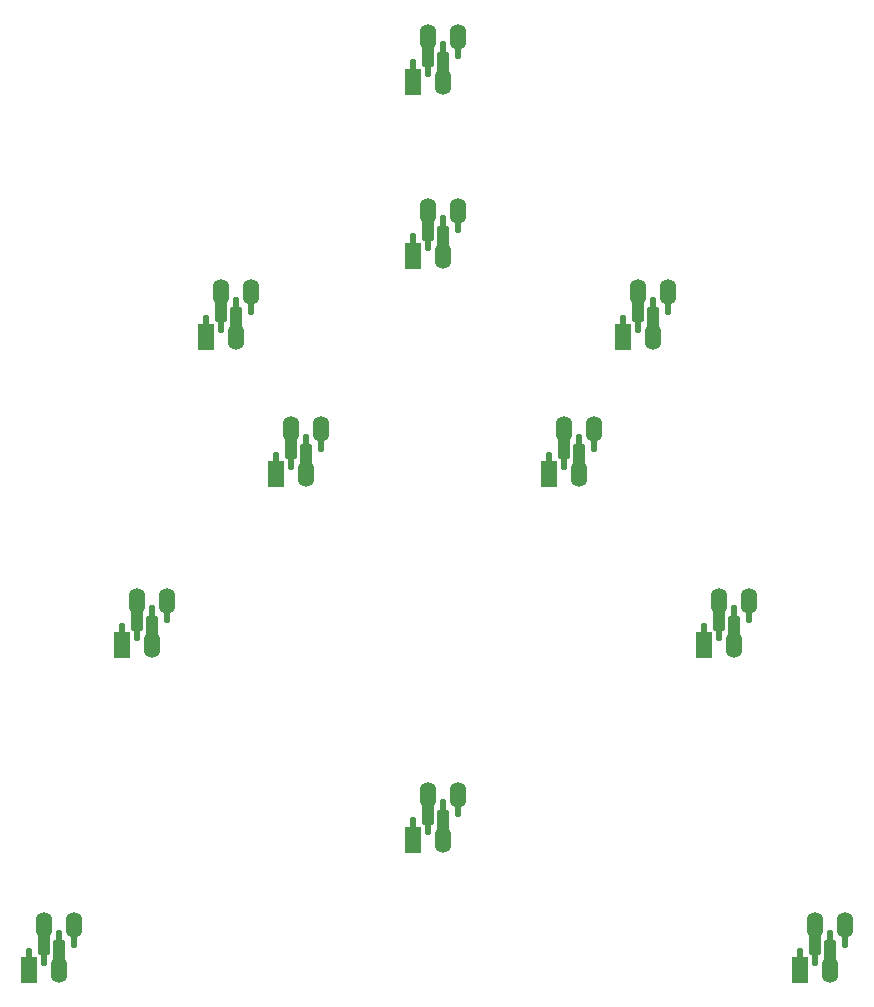
<source format=gbp>
G04 #@! TF.GenerationSoftware,KiCad,Pcbnew,8.0.6*
G04 #@! TF.CreationDate,2024-12-04T18:46:27+01:00*
G04 #@! TF.ProjectId,christmas_soldering_kit_2024,63687269-7374-46d6-9173-5f736f6c6465,rev?*
G04 #@! TF.SameCoordinates,Original*
G04 #@! TF.FileFunction,Paste,Bot*
G04 #@! TF.FilePolarity,Positive*
%FSLAX46Y46*%
G04 Gerber Fmt 4.6, Leading zero omitted, Abs format (unit mm)*
G04 Created by KiCad (PCBNEW 8.0.6) date 2024-12-04 18:46:27*
%MOMM*%
%LPD*%
G01*
G04 APERTURE LIST*
G04 Aperture macros list*
%AMRoundRect*
0 Rectangle with rounded corners*
0 $1 Rounding radius*
0 $2 $3 $4 $5 $6 $7 $8 $9 X,Y pos of 4 corners*
0 Add a 4 corners polygon primitive as box body*
4,1,4,$2,$3,$4,$5,$6,$7,$8,$9,$2,$3,0*
0 Add four circle primitives for the rounded corners*
1,1,$1+$1,$2,$3*
1,1,$1+$1,$4,$5*
1,1,$1+$1,$6,$7*
1,1,$1+$1,$8,$9*
0 Add four rect primitives between the rounded corners*
20,1,$1+$1,$2,$3,$4,$5,0*
20,1,$1+$1,$4,$5,$6,$7,0*
20,1,$1+$1,$6,$7,$8,$9,0*
20,1,$1+$1,$8,$9,$2,$3,0*%
G04 Aperture macros list end*
%ADD10RoundRect,0.181818X-0.068182X-0.568182X0.068182X-0.568182X0.068182X0.568182X-0.068182X0.568182X0*%
%ADD11R,1.400000X2.200000*%
%ADD12O,1.400000X2.200000*%
%ADD13RoundRect,0.400000X-0.150000X-0.700000X0.150000X-0.700000X0.150000X0.700000X-0.150000X0.700000X0*%
G04 APERTURE END LIST*
D10*
X160100000Y-84762000D03*
D11*
X160100000Y-85900000D03*
D12*
X161370000Y-82100000D03*
D13*
X161370000Y-83619000D03*
D10*
X161370000Y-84762000D03*
X162640000Y-83238000D03*
D13*
X162640000Y-84381000D03*
D12*
X162640000Y-85900000D03*
X163910000Y-82100000D03*
D10*
X163910000Y-83238000D03*
X173228000Y-99262000D03*
D11*
X173228000Y-100400000D03*
D12*
X174498000Y-96600000D03*
D13*
X174498000Y-98119000D03*
D10*
X174498000Y-99262000D03*
X175768000Y-97738000D03*
D13*
X175768000Y-98881000D03*
D12*
X175768000Y-100400000D03*
X177038000Y-96600000D03*
D10*
X177038000Y-97738000D03*
X136980000Y-84762000D03*
D11*
X136980000Y-85900000D03*
D12*
X138250000Y-82100000D03*
D13*
X138250000Y-83619000D03*
D10*
X138250000Y-84762000D03*
X139520000Y-83238000D03*
D13*
X139520000Y-84381000D03*
D12*
X139520000Y-85900000D03*
X140790000Y-82100000D03*
D10*
X140790000Y-83238000D03*
X152400000Y-50000000D03*
D12*
X152400000Y-48862000D03*
X151130000Y-52662000D03*
D13*
X151130000Y-51143000D03*
D10*
X151130000Y-50000000D03*
X149860000Y-51524000D03*
D13*
X149860000Y-50381000D03*
D12*
X149860000Y-48862000D03*
D11*
X148590000Y-52662000D03*
D10*
X148590000Y-51524000D03*
X123952000Y-99262000D03*
D11*
X123952000Y-100400000D03*
D12*
X125222000Y-96600000D03*
D13*
X125222000Y-98119000D03*
D10*
X125222000Y-99262000D03*
X126492000Y-97738000D03*
D13*
X126492000Y-98881000D03*
D12*
X126492000Y-100400000D03*
X127762000Y-96600000D03*
D10*
X127762000Y-97738000D03*
X116078000Y-126741000D03*
D11*
X116078000Y-127879000D03*
D12*
X117348000Y-124079000D03*
D13*
X117348000Y-125598000D03*
D10*
X117348000Y-126741000D03*
X118618000Y-125217000D03*
D13*
X118618000Y-126360000D03*
D12*
X118618000Y-127879000D03*
X119888000Y-124079000D03*
D10*
X119888000Y-125217000D03*
X166370000Y-73152000D03*
D11*
X166370000Y-74290000D03*
D12*
X167640000Y-70490000D03*
D13*
X167640000Y-72009000D03*
D10*
X167640000Y-73152000D03*
X168910000Y-71628000D03*
D13*
X168910000Y-72771000D03*
D12*
X168910000Y-74290000D03*
X170180000Y-70490000D03*
D10*
X170180000Y-71628000D03*
X181356000Y-126741000D03*
D11*
X181356000Y-127879000D03*
D12*
X182626000Y-124079000D03*
D13*
X182626000Y-125598000D03*
D10*
X182626000Y-126741000D03*
X183896000Y-125217000D03*
D13*
X183896000Y-126360000D03*
D12*
X183896000Y-127879000D03*
X185166000Y-124079000D03*
D10*
X185166000Y-125217000D03*
X131064000Y-73152000D03*
D11*
X131064000Y-74290000D03*
D12*
X132334000Y-70490000D03*
D13*
X132334000Y-72009000D03*
D10*
X132334000Y-73152000D03*
X133604000Y-71628000D03*
D13*
X133604000Y-72771000D03*
D12*
X133604000Y-74290000D03*
X134874000Y-70490000D03*
D10*
X134874000Y-71628000D03*
X148600000Y-66262000D03*
D11*
X148600000Y-67400000D03*
D12*
X149870000Y-63600000D03*
D13*
X149870000Y-65119000D03*
D10*
X149870000Y-66262000D03*
X151140000Y-64738000D03*
D13*
X151140000Y-65881000D03*
D12*
X151140000Y-67400000D03*
X152410000Y-63600000D03*
D10*
X152410000Y-64738000D03*
X148590000Y-115697000D03*
D11*
X148590000Y-116835000D03*
D12*
X149860000Y-113035000D03*
D13*
X149860000Y-114554000D03*
D10*
X149860000Y-115697000D03*
X151130000Y-114173000D03*
D13*
X151130000Y-115316000D03*
D12*
X151130000Y-116835000D03*
X152400000Y-113035000D03*
D10*
X152400000Y-114173000D03*
M02*

</source>
